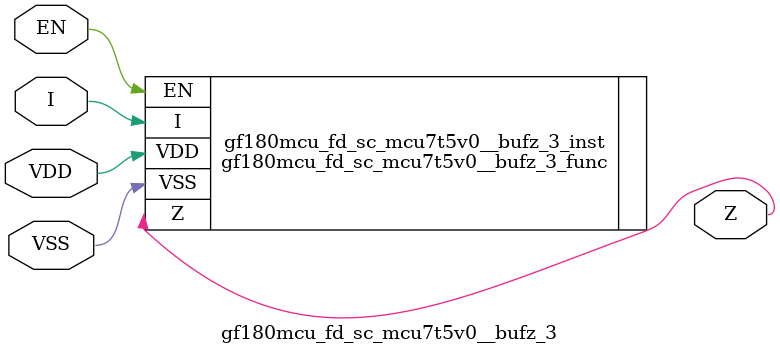
<source format=v>

module gf180mcu_fd_sc_mcu7t5v0__bufz_3( EN, I, Z, VDD, VSS );
input EN, I;
inout VDD, VSS;
output Z;

   `ifdef FUNCTIONAL  //  functional //

	gf180mcu_fd_sc_mcu7t5v0__bufz_3_func gf180mcu_fd_sc_mcu7t5v0__bufz_3_behav_inst(.EN(EN),.I(I),.Z(Z),.VDD(VDD),.VSS(VSS));

   `else

	gf180mcu_fd_sc_mcu7t5v0__bufz_3_func gf180mcu_fd_sc_mcu7t5v0__bufz_3_inst(.EN(EN),.I(I),.Z(Z),.VDD(VDD),.VSS(VSS));

	// spec_gates_begin


	// spec_gates_end



   specify

	// specify_block_begin

	// comb arc EN --> Z
	 (EN => Z) = (1.0,1.0);

	// comb arc I --> Z
	 (I => Z) = (1.0,1.0);

	// specify_block_end

   endspecify

   `endif

endmodule

</source>
